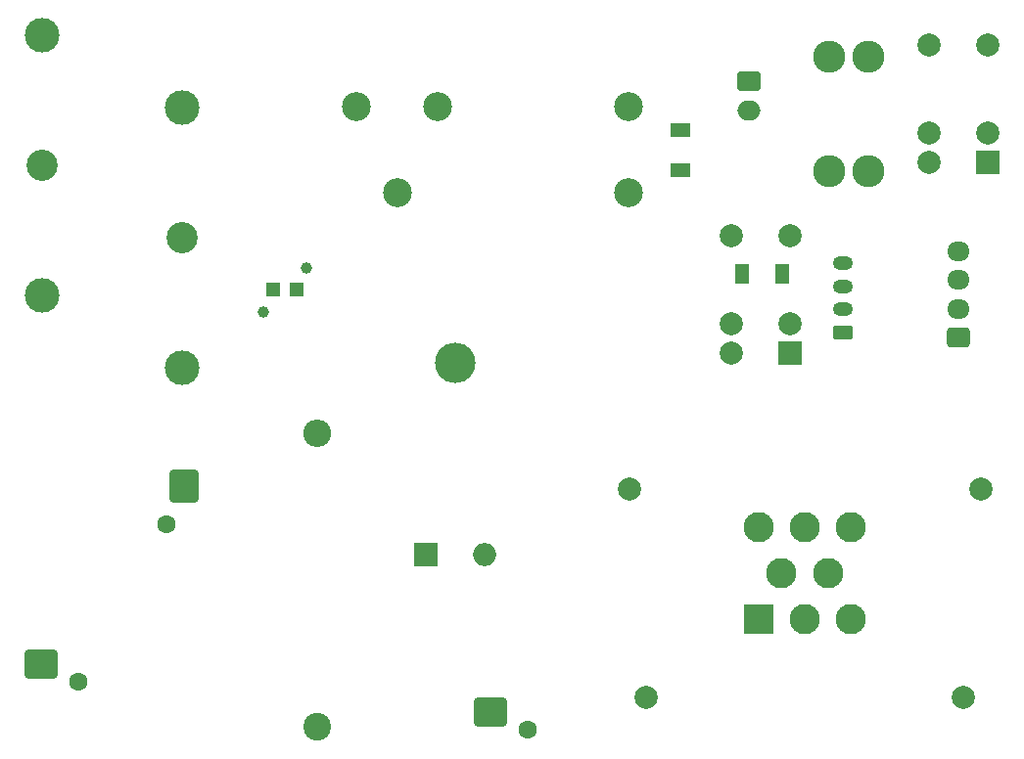
<source format=gbr>
%TF.GenerationSoftware,KiCad,Pcbnew,(6.0.1)*%
%TF.CreationDate,2022-02-14T12:04:18-05:00*%
%TF.ProjectId,pacman,7061636d-616e-42e6-9b69-6361645f7063,rev?*%
%TF.SameCoordinates,Original*%
%TF.FileFunction,Soldermask,Bot*%
%TF.FilePolarity,Negative*%
%FSLAX46Y46*%
G04 Gerber Fmt 4.6, Leading zero omitted, Abs format (unit mm)*
G04 Created by KiCad (PCBNEW (6.0.1)) date 2022-02-14 12:04:18*
%MOMM*%
%LPD*%
G01*
G04 APERTURE LIST*
G04 Aperture macros list*
%AMRoundRect*
0 Rectangle with rounded corners*
0 $1 Rounding radius*
0 $2 $3 $4 $5 $6 $7 $8 $9 X,Y pos of 4 corners*
0 Add a 4 corners polygon primitive as box body*
4,1,4,$2,$3,$4,$5,$6,$7,$8,$9,$2,$3,0*
0 Add four circle primitives for the rounded corners*
1,1,$1+$1,$2,$3*
1,1,$1+$1,$4,$5*
1,1,$1+$1,$6,$7*
1,1,$1+$1,$8,$9*
0 Add four rect primitives between the rounded corners*
20,1,$1+$1,$2,$3,$4,$5,0*
20,1,$1+$1,$4,$5,$6,$7,0*
20,1,$1+$1,$6,$7,$8,$9,0*
20,1,$1+$1,$8,$9,$2,$3,0*%
G04 Aperture macros list end*
%ADD10C,2.700000*%
%ADD11C,3.000000*%
%ADD12RoundRect,0.250000X0.625000X-0.350000X0.625000X0.350000X-0.625000X0.350000X-0.625000X-0.350000X0*%
%ADD13O,1.750000X1.200000*%
%ADD14R,2.000000X2.000000*%
%ADD15C,2.000000*%
%ADD16C,2.500000*%
%ADD17C,2.780000*%
%ADD18RoundRect,0.250000X0.725000X-0.600000X0.725000X0.600000X-0.725000X0.600000X-0.725000X-0.600000X0*%
%ADD19O,1.950000X1.700000*%
%ADD20C,1.600000*%
%ADD21RoundRect,0.250000X1.150000X-0.980000X1.150000X0.980000X-1.150000X0.980000X-1.150000X-0.980000X0*%
%ADD22RoundRect,0.250000X-0.750000X0.600000X-0.750000X-0.600000X0.750000X-0.600000X0.750000X0.600000X0*%
%ADD23O,2.000000X1.700000*%
%ADD24O,3.500000X3.500000*%
%ADD25O,2.000000X2.000000*%
%ADD26RoundRect,0.250000X-0.980000X-1.150000X0.980000X-1.150000X0.980000X1.150000X-0.980000X1.150000X0*%
%ADD27R,1.700000X1.300000*%
%ADD28R,1.300000X1.700000*%
%ADD29R,2.625000X2.625000*%
%ADD30C,2.625000*%
%ADD31C,2.400000*%
%ADD32O,2.400000X2.400000*%
%ADD33C,1.000000*%
%ADD34R,1.200000X1.200000*%
G04 APERTURE END LIST*
D10*
%TO.C,F2*%
X129032000Y-69877600D03*
D11*
X129032000Y-58627600D03*
X129032000Y-81127600D03*
%TD*%
D12*
%TO.C,J9*%
X186182000Y-78105000D03*
D13*
X186182000Y-76105000D03*
X186182000Y-74105000D03*
X186182000Y-72105000D03*
%TD*%
D14*
%TO.C,K3*%
X198749500Y-63377500D03*
D15*
X198749500Y-60837500D03*
X198749500Y-53217500D03*
X193669500Y-53217500D03*
X193669500Y-60837500D03*
X193669500Y-63377500D03*
%TD*%
D16*
%TO.C,K1*%
X151140000Y-58540000D03*
X167640000Y-66040000D03*
X147640000Y-66040000D03*
X167640000Y-58540000D03*
X144140000Y-58540000D03*
%TD*%
D17*
%TO.C,F3*%
X188390000Y-64142000D03*
X184990000Y-64142000D03*
X184990000Y-54222000D03*
X188390000Y-54222000D03*
%TD*%
D18*
%TO.C,J2*%
X196198000Y-78553000D03*
D19*
X196198000Y-76053000D03*
X196198000Y-73553000D03*
X196198000Y-71053000D03*
%TD*%
D20*
%TO.C,J3*%
X158952000Y-112498000D03*
D21*
X155702000Y-110998000D03*
%TD*%
D22*
%TO.C,J6*%
X178054000Y-56388000D03*
D23*
X178054000Y-58888000D03*
%TD*%
D10*
%TO.C,F1*%
X116890800Y-63624800D03*
D11*
X116890800Y-52374800D03*
X116890800Y-74874800D03*
%TD*%
D24*
%TO.C,R3*%
X152654000Y-80708000D03*
D14*
X150114000Y-97368000D03*
D25*
X155194000Y-97368000D03*
%TD*%
D20*
%TO.C,J4*%
X127659000Y-94690000D03*
D26*
X129159000Y-91440000D03*
%TD*%
D20*
%TO.C,J5*%
X120090000Y-108307000D03*
D21*
X116840000Y-106807000D03*
%TD*%
D14*
%TO.C,K2*%
X181610000Y-79883000D03*
D15*
X181610000Y-77343000D03*
X181610000Y-69723000D03*
X176530000Y-69723000D03*
X176530000Y-77343000D03*
X176530000Y-79883000D03*
%TD*%
D27*
%TO.C,D3*%
X172085000Y-64100000D03*
X172085000Y-60600000D03*
%TD*%
D28*
%TO.C,D4*%
X180952500Y-73020500D03*
X177452500Y-73020500D03*
%TD*%
D15*
%TO.C,J1*%
X196580000Y-109733000D03*
X167680000Y-91633000D03*
X198080000Y-91633000D03*
X169180000Y-109733000D03*
D29*
X178880000Y-102933000D03*
D30*
X182880000Y-102933000D03*
X186880000Y-102933000D03*
X180880000Y-98933000D03*
X184880000Y-98933000D03*
X178880000Y-94933000D03*
X182880000Y-94933000D03*
X186880000Y-94933000D03*
%TD*%
D31*
%TO.C,R1*%
X140716000Y-112268000D03*
D32*
X140716000Y-86868000D03*
%TD*%
D33*
%TO.C,D1*%
X139812000Y-72532000D03*
X136032000Y-76312000D03*
D34*
X136872000Y-74422000D03*
X138972000Y-74422000D03*
%TD*%
M02*

</source>
